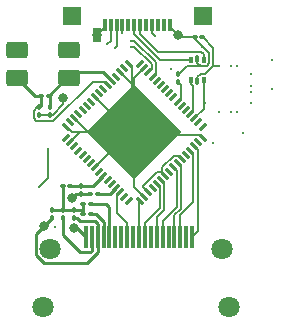
<source format=gbr>
%TF.GenerationSoftware,KiCad,Pcbnew,9.0.6*%
%TF.CreationDate,2026-01-02T14:09:44+01:00*%
%TF.ProjectId,Expansion_Card_Retrofit,45787061-6e73-4696-9f6e-5f436172645f,X1*%
%TF.SameCoordinates,Original*%
%TF.FileFunction,Copper,L1,Top*%
%TF.FilePolarity,Positive*%
%FSLAX46Y46*%
G04 Gerber Fmt 4.6, Leading zero omitted, Abs format (unit mm)*
G04 Created by KiCad (PCBNEW 9.0.6) date 2026-01-02 14:09:44*
%MOMM*%
%LPD*%
G01*
G04 APERTURE LIST*
G04 Aperture macros list*
%AMRoundRect*
0 Rectangle with rounded corners*
0 $1 Rounding radius*
0 $2 $3 $4 $5 $6 $7 $8 $9 X,Y pos of 4 corners*
0 Add a 4 corners polygon primitive as box body*
4,1,4,$2,$3,$4,$5,$6,$7,$8,$9,$2,$3,0*
0 Add four circle primitives for the rounded corners*
1,1,$1+$1,$2,$3*
1,1,$1+$1,$4,$5*
1,1,$1+$1,$6,$7*
1,1,$1+$1,$8,$9*
0 Add four rect primitives between the rounded corners*
20,1,$1+$1,$2,$3,$4,$5,0*
20,1,$1+$1,$4,$5,$6,$7,0*
20,1,$1+$1,$6,$7,$8,$9,0*
20,1,$1+$1,$8,$9,$2,$3,0*%
%AMRotRect*
0 Rectangle, with rotation*
0 The origin of the aperture is its center*
0 $1 length*
0 $2 width*
0 $3 Rotation angle, in degrees counterclockwise*
0 Add horizontal line*
21,1,$1,$2,0,0,$3*%
G04 Aperture macros list end*
%TA.AperFunction,SMDPad,CuDef*%
%ADD10R,1.500000X1.500000*%
%TD*%
%TA.AperFunction,SMDPad,CuDef*%
%ADD11R,0.380000X1.000000*%
%TD*%
%TA.AperFunction,SMDPad,CuDef*%
%ADD12R,0.700000X1.150000*%
%TD*%
%TA.AperFunction,SMDPad,CuDef*%
%ADD13RoundRect,0.100000X0.100000X-0.130000X0.100000X0.130000X-0.100000X0.130000X-0.100000X-0.130000X0*%
%TD*%
%TA.AperFunction,SMDPad,CuDef*%
%ADD14RoundRect,0.100000X0.130000X0.100000X-0.130000X0.100000X-0.130000X-0.100000X0.130000X-0.100000X0*%
%TD*%
%TA.AperFunction,SMDPad,CuDef*%
%ADD15RoundRect,0.100000X-0.100000X0.130000X-0.100000X-0.130000X0.100000X-0.130000X0.100000X0.130000X0*%
%TD*%
%TA.AperFunction,SMDPad,CuDef*%
%ADD16R,0.300000X1.900000*%
%TD*%
%TA.AperFunction,ComponentPad*%
%ADD17C,1.800000*%
%TD*%
%TA.AperFunction,SMDPad,CuDef*%
%ADD18RoundRect,0.062500X0.203293X0.291682X-0.291682X-0.203293X-0.203293X-0.291682X0.291682X0.203293X0*%
%TD*%
%TA.AperFunction,SMDPad,CuDef*%
%ADD19RoundRect,0.062500X-0.203293X0.291682X-0.291682X0.203293X0.203293X-0.291682X0.291682X-0.203293X0*%
%TD*%
%TA.AperFunction,HeatsinkPad*%
%ADD20RotRect,5.700000X5.700000X225.000000*%
%TD*%
%TA.AperFunction,SMDPad,CuDef*%
%ADD21RoundRect,0.093750X-0.093750X0.156250X-0.093750X-0.156250X0.093750X-0.156250X0.093750X0.156250X0*%
%TD*%
%TA.AperFunction,SMDPad,CuDef*%
%ADD22RoundRect,0.075000X-0.075000X0.250000X-0.075000X-0.250000X0.075000X-0.250000X0.075000X0.250000X0*%
%TD*%
%TA.AperFunction,SMDPad,CuDef*%
%ADD23RoundRect,0.249999X-0.650001X-0.450001X0.650001X-0.450001X0.650001X0.450001X-0.650001X0.450001X0*%
%TD*%
%TA.AperFunction,SMDPad,CuDef*%
%ADD24RoundRect,0.100000X-0.130000X-0.100000X0.130000X-0.100000X0.130000X0.100000X-0.130000X0.100000X0*%
%TD*%
%TA.AperFunction,ViaPad*%
%ADD25C,0.300000*%
%TD*%
%TA.AperFunction,ViaPad*%
%ADD26C,0.800000*%
%TD*%
%TA.AperFunction,Conductor*%
%ADD27C,0.152400*%
%TD*%
%TA.AperFunction,Conductor*%
%ADD28C,0.250000*%
%TD*%
G04 APERTURE END LIST*
D10*
%TO.P,TP3,1,1*%
%TO.N,GND*%
X145550000Y-128300000D03*
%TD*%
%TO.P,TP1,1,1*%
%TO.N,GND*%
X134450000Y-128300000D03*
%TD*%
D11*
%TO.P,P2,A1,GND*%
%TO.N,GND*%
X137250000Y-129050000D03*
%TO.P,P2,A2,TX1+*%
%TO.N,Net-(P2-TX1+)*%
X137750000Y-129050000D03*
%TO.P,P2,A3,TX1-*%
%TO.N,Net-(P2-TX1-)*%
X138250000Y-129050000D03*
%TO.P,P2,A4,VBUS*%
%TO.N,+5V*%
X138750000Y-129050000D03*
%TO.P,P2,A5,CC*%
%TO.N,unconnected-(P2-CC-PadA5)*%
X139250000Y-129050000D03*
%TO.P,P2,A6,D+*%
%TO.N,Net-(P2-D+)*%
X139750000Y-129050000D03*
%TO.P,P2,A7,D-*%
%TO.N,Net-(P2-D-)*%
X140250000Y-129050000D03*
%TO.P,P2,A8,SBU1*%
%TO.N,unconnected-(P2-SBU1-PadA8)*%
X140750000Y-129050000D03*
%TO.P,P2,A9,VBUS*%
%TO.N,+5V*%
X141250000Y-129050000D03*
%TO.P,P2,A10,RX2-*%
%TO.N,unconnected-(P2-RX2--PadA10)*%
X141750000Y-129050000D03*
%TO.P,P2,A11,RX2+*%
%TO.N,unconnected-(P2-RX2+-PadA11)*%
X142250000Y-129050000D03*
%TO.P,P2,A12,GND*%
%TO.N,GND*%
X142750000Y-129050000D03*
D12*
%TO.P,P2,S1,SHIELD*%
X136580000Y-129890000D03*
%TD*%
D13*
%TO.P,C10,1*%
%TO.N,GND*%
X132650000Y-136670000D03*
%TO.P,C10,2*%
%TO.N,Net-(U1-XTIN)*%
X132650000Y-136030000D03*
%TD*%
D14*
%TO.P,C1,1*%
%TO.N,+5V*%
X145520000Y-130100000D03*
%TO.P,C1,2*%
%TO.N,GND*%
X144880000Y-130100000D03*
%TD*%
D13*
%TO.P,R1,1*%
%TO.N,Net-(U1-USB_REXT)*%
X143450000Y-133850000D03*
%TO.P,R1,2*%
%TO.N,GND*%
X143450000Y-133210000D03*
%TD*%
D14*
%TO.P,R6,1*%
%TO.N,Net-(J1-SDA)*%
X136090000Y-145100000D03*
%TO.P,R6,2*%
%TO.N,+5V*%
X135450000Y-145100000D03*
%TD*%
D15*
%TO.P,C2,1*%
%TO.N,+5V*%
X132800000Y-144730000D03*
%TO.P,C2,2*%
%TO.N,GND*%
X132800000Y-145370000D03*
%TD*%
%TO.P,R8,1*%
%TO.N,Net-(U1-GPIO0)*%
X135200000Y-142730000D03*
%TO.P,R8,2*%
%TO.N,GND*%
X135200000Y-143370000D03*
%TD*%
%TO.P,C3,1*%
%TO.N,+5V*%
X134620000Y-144730000D03*
%TO.P,C3,2*%
%TO.N,GND*%
X134620000Y-145370000D03*
%TD*%
D16*
%TO.P,J1,1,D2+*%
%TO.N,Net-(J1-D2+)*%
X144650000Y-147000000D03*
%TO.P,J1,2,D2S*%
%TO.N,unconnected-(J1-D2S-Pad2)*%
X144150000Y-147000000D03*
%TO.P,J1,3,D2-*%
%TO.N,Net-(J1-D2-)*%
X143650000Y-147000000D03*
%TO.P,J1,4,D1+*%
%TO.N,Net-(J1-D1+)*%
X143150000Y-147000000D03*
%TO.P,J1,5,D1S*%
%TO.N,unconnected-(J1-D1S-Pad5)*%
X142650000Y-147000000D03*
%TO.P,J1,6,D1-*%
%TO.N,Net-(J1-D1-)*%
X142150000Y-147000000D03*
%TO.P,J1,7,D0+*%
%TO.N,Net-(J1-D0+)*%
X141650000Y-147000000D03*
%TO.P,J1,8,D0S*%
%TO.N,unconnected-(J1-D0S-Pad8)*%
X141150000Y-147000000D03*
%TO.P,J1,9,D0-*%
%TO.N,Net-(J1-D0-)*%
X140650000Y-147000000D03*
%TO.P,J1,10,CK+*%
%TO.N,Net-(J1-CK+)*%
X140150000Y-147000000D03*
%TO.P,J1,11,CKS*%
%TO.N,unconnected-(J1-CKS-Pad11)*%
X139650000Y-147000000D03*
%TO.P,J1,12,CK-*%
%TO.N,Net-(J1-CK-)*%
X139150000Y-147000000D03*
%TO.P,J1,13,CEC*%
%TO.N,unconnected-(J1-CEC-Pad13)*%
X138650000Y-147000000D03*
%TO.P,J1,14,UTILITY*%
%TO.N,unconnected-(J1-UTILITY-Pad14)*%
X138150000Y-147000000D03*
%TO.P,J1,15,SCL*%
%TO.N,Net-(J1-SCL)*%
X137650000Y-147000000D03*
%TO.P,J1,16,SDA*%
%TO.N,Net-(J1-SDA)*%
X137150000Y-147000000D03*
%TO.P,J1,17,GND*%
%TO.N,GND*%
X136650000Y-147000000D03*
%TO.P,J1,18,+5V*%
%TO.N,Net-(J1-+5V)*%
X136150000Y-147000000D03*
%TO.P,J1,19,HPD*%
%TO.N,Net-(J1-HPD)*%
X135650000Y-147000000D03*
D17*
%TO.P,J1,SH,SH*%
%TO.N,unconnected-(J1-PadSH)*%
X132050000Y-152900000D03*
X132650000Y-148000000D03*
X147150000Y-148000000D03*
X147750000Y-152900000D03*
%TD*%
D18*
%TO.P,U1,1,DVDD33*%
%TO.N,+3.3V*%
X145539437Y-137663864D03*
%TO.P,U1,2,AVDD33_USB*%
X145185883Y-137310311D03*
%TO.P,U1,3,DM*%
%TO.N,Net-(U1-DM)*%
X144832330Y-136956757D03*
%TO.P,U1,4,DP*%
%TO.N,Net-(U1-DP)*%
X144478777Y-136603204D03*
%TO.P,U1,5,AVDD33_USB*%
%TO.N,+3.3V*%
X144125223Y-136249651D03*
%TO.P,U1,6,AVDD11_USB*%
%TO.N,+1V1*%
X143771670Y-135896097D03*
%TO.P,U1,7,USB_REXT*%
%TO.N,Net-(U1-USB_REXT)*%
X143418116Y-135542544D03*
%TO.P,U1,8,AVDD33_USB*%
%TO.N,+3.3V*%
X143064563Y-135188990D03*
%TO.P,U1,9,SSTXM*%
%TO.N,Net-(U1-SSTXM)*%
X142711010Y-134835437D03*
%TO.P,U1,10,AVDD11_USB*%
%TO.N,+1V1*%
X142357456Y-134481884D03*
%TO.P,U1,11,SSTXP*%
%TO.N,Net-(U1-SSTXP)*%
X142003903Y-134128330D03*
%TO.P,U1,12,AVDD11_USB*%
%TO.N,+1V1*%
X141650349Y-133774777D03*
%TO.P,U1,13,SSRXM*%
%TO.N,Net-(P2-RX1-)*%
X141296796Y-133421223D03*
%TO.P,U1,14,SSRXP*%
%TO.N,Net-(P2-RX1+)*%
X140943243Y-133067670D03*
%TO.P,U1,15,AVSS*%
%TO.N,GND*%
X140589689Y-132714117D03*
%TO.P,U1,16,DVDD33*%
%TO.N,+3.3V*%
X140236136Y-132360563D03*
D19*
%TO.P,U1,17,DVSS*%
%TO.N,GND*%
X139263864Y-132360563D03*
%TO.P,U1,18,DVDD11*%
%TO.N,+1V1*%
X138910311Y-132714117D03*
%TO.P,U1,19,AVSS*%
%TO.N,GND*%
X138556757Y-133067670D03*
%TO.P,U1,20,AVDD25*%
%TO.N,+2V5*%
X138203204Y-133421223D03*
%TO.P,U1,21,XTIN*%
%TO.N,Net-(U1-XTIN)*%
X137849651Y-133774777D03*
%TO.P,U1,22,XTOUT*%
%TO.N,Net-(U1-XTOUT)*%
X137496097Y-134128330D03*
%TO.P,U1,23,AVDD25*%
%TO.N,+2V5*%
X137142544Y-134481884D03*
%TO.P,U1,24,AVDD11*%
%TO.N,+1V1*%
X136788990Y-134835437D03*
%TO.P,U1,25,AVSS*%
%TO.N,GND*%
X136435437Y-135188990D03*
%TO.P,U1,26,RXDDCSCL*%
%TO.N,Net-(J1-SCL)*%
X136081884Y-135542544D03*
%TO.P,U1,27,RXDDCSDA*%
%TO.N,Net-(J1-SDA)*%
X135728330Y-135896097D03*
%TO.P,U1,28,HDMIRXDET*%
%TO.N,unconnected-(U1-HDMIRXDET-Pad28)*%
X135374777Y-136249651D03*
%TO.P,U1,29,HDMIRXHPD*%
%TO.N,Net-(U1-HDMIRXHPD)*%
X135021223Y-136603204D03*
%TO.P,U1,30,DVSS*%
%TO.N,GND*%
X134667670Y-136956757D03*
%TO.P,U1,31,DVDD33*%
%TO.N,+3.3V*%
X134314117Y-137310311D03*
%TO.P,U1,32,DVSS*%
%TO.N,GND*%
X133960563Y-137663864D03*
D18*
%TO.P,U1,33,DVDD33*%
%TO.N,+3.3V*%
X133960563Y-138636136D03*
%TO.P,U1,34,DVSS*%
%TO.N,GND*%
X134314117Y-138989689D03*
%TO.P,U1,35,GPIO4*%
%TO.N,SPIMOSI*%
X134667670Y-139343243D03*
%TO.P,U1,36,GPIO3*%
%TO.N,SPICLK*%
X135021223Y-139696796D03*
%TO.P,U1,37,GPIO5*%
%TO.N,SPIMISO*%
X135374777Y-140050349D03*
%TO.P,U1,38,GPIO2*%
%TO.N,SPICS*%
X135728330Y-140403903D03*
%TO.P,U1,39,DVDD11*%
%TO.N,+1V1*%
X136081884Y-140757456D03*
%TO.P,U1,40,DVSS*%
%TO.N,GND*%
X136435437Y-141111010D03*
%TO.P,U1,41,DVDD33*%
%TO.N,+3.3V*%
X136788990Y-141464563D03*
%TO.P,U1,42,GPIO0*%
%TO.N,Net-(U1-GPIO0)*%
X137142544Y-141818116D03*
%TO.P,U1,43,GPIO1*%
%TO.N,unconnected-(U1-GPIO1-Pad43)*%
X137496097Y-142171670D03*
%TO.P,U1,44,MCU_SEL*%
%TO.N,unconnected-(U1-MCU_SEL-Pad44)*%
X137849651Y-142525223D03*
%TO.P,U1,45,HDMIRX_REXT*%
%TO.N,Net-(U1-HDMIRX_REXT)*%
X138203204Y-142878777D03*
%TO.P,U1,46,HDMIRXCN*%
%TO.N,Net-(J1-CK-)*%
X138556757Y-143232330D03*
%TO.P,U1,47,AVDD25*%
%TO.N,+2V5*%
X138910311Y-143585883D03*
%TO.P,U1,48,AVDD33*%
%TO.N,+3.3V*%
X139263864Y-143939437D03*
D19*
%TO.P,U1,49,HDMIRXCP*%
%TO.N,Net-(J1-CK+)*%
X140236136Y-143939437D03*
%TO.P,U1,50,AVSS*%
%TO.N,GND*%
X140589689Y-143585883D03*
%TO.P,U1,51,AVDD11*%
%TO.N,+1V1*%
X140943243Y-143232330D03*
%TO.P,U1,52,AVDD33*%
%TO.N,+3.3V*%
X141296796Y-142878777D03*
%TO.P,U1,53,HDMIRX0N*%
%TO.N,Net-(J1-D0-)*%
X141650349Y-142525223D03*
%TO.P,U1,54,HDMIRX0P*%
%TO.N,Net-(J1-D0+)*%
X142003903Y-142171670D03*
%TO.P,U1,55,AVDD11*%
%TO.N,+1V1*%
X142357456Y-141818116D03*
%TO.P,U1,56,AVDD33*%
%TO.N,+3.3V*%
X142711010Y-141464563D03*
%TO.P,U1,57,HDMIRX1N*%
%TO.N,Net-(J1-D1-)*%
X143064563Y-141111010D03*
%TO.P,U1,58,HDMIRX1P*%
%TO.N,Net-(J1-D1+)*%
X143418116Y-140757456D03*
%TO.P,U1,59,AVDD11*%
%TO.N,+1V1*%
X143771670Y-140403903D03*
%TO.P,U1,60,AVDD33*%
%TO.N,+3.3V*%
X144125223Y-140050349D03*
%TO.P,U1,61,HDMIRX2N*%
%TO.N,Net-(J1-D2-)*%
X144478777Y-139696796D03*
%TO.P,U1,62,HDMIRX2P*%
%TO.N,Net-(J1-D2+)*%
X144832330Y-139343243D03*
%TO.P,U1,63,DVO_D7*%
%TO.N,unconnected-(U1-DVO_D7-Pad63)*%
X145185883Y-138989689D03*
%TO.P,U1,64,DVSS*%
%TO.N,GND*%
X145539437Y-138636136D03*
D20*
%TO.P,U1,65,AVSS*%
X139750000Y-138150000D03*
%TD*%
D21*
%TO.P,U3,1,I/O1*%
%TO.N,Net-(P2-D-)*%
X145637500Y-132000000D03*
D22*
%TO.P,U3,2,GND*%
%TO.N,GND*%
X145100000Y-131925000D03*
D21*
%TO.P,U3,3,I/O2*%
%TO.N,Net-(P2-D+)*%
X144562500Y-132000000D03*
%TO.P,U3,4,I/O2*%
%TO.N,Net-(U1-DP)*%
X144562500Y-133700000D03*
D22*
%TO.P,U3,5,VBUS*%
%TO.N,+5V*%
X145100000Y-133775000D03*
D21*
%TO.P,U3,6,I/O1*%
%TO.N,Net-(U1-DM)*%
X145637500Y-133700000D03*
%TD*%
D15*
%TO.P,R4,1*%
%TO.N,+5V*%
X133750000Y-144750000D03*
%TO.P,R4,2*%
%TO.N,Net-(J1-+5V)*%
X133750000Y-145390000D03*
%TD*%
D23*
%TO.P,Y1,1,1*%
%TO.N,Net-(U1-XTOUT)*%
X129850000Y-133550000D03*
%TO.P,Y1,2,2*%
%TO.N,Net-(U1-XTIN)*%
X134250000Y-133550000D03*
%TO.P,Y1,3*%
%TO.N,N/C*%
X134250000Y-131150000D03*
%TO.P,Y1,4*%
X129850000Y-131150000D03*
%TD*%
D14*
%TO.P,R2,1*%
%TO.N,Net-(U1-HDMIRX_REXT)*%
X136670000Y-143400000D03*
%TO.P,R2,2*%
%TO.N,GND*%
X136030000Y-143400000D03*
%TD*%
D13*
%TO.P,C11,1*%
%TO.N,GND*%
X131700000Y-136670000D03*
%TO.P,C11,2*%
%TO.N,Net-(U1-XTOUT)*%
X131700000Y-136030000D03*
%TD*%
D14*
%TO.P,R9,1*%
%TO.N,Net-(U1-XTIN)*%
X132490000Y-135050000D03*
%TO.P,R9,2*%
%TO.N,Net-(U1-XTOUT)*%
X131850000Y-135050000D03*
%TD*%
%TO.P,R5,1*%
%TO.N,Net-(J1-SCL)*%
X136090000Y-144250000D03*
%TO.P,R5,2*%
%TO.N,+5V*%
X135450000Y-144250000D03*
%TD*%
D24*
%TO.P,R7,1*%
%TO.N,+5V*%
X133710000Y-142700000D03*
%TO.P,R7,2*%
%TO.N,Net-(U1-GPIO0)*%
X134350000Y-142700000D03*
%TD*%
D25*
%TO.N,Net-(U1-HDMIRXHPD)*%
X133050000Y-146150000D03*
%TO.N,+1V1*%
X142850000Y-132800000D03*
%TO.N,Net-(U4-EN1)*%
X147950000Y-132512500D03*
X147950000Y-136387500D03*
%TO.N,+1V1*%
X145520000Y-130950000D03*
%TO.N,+2V5*%
X148987500Y-138170000D03*
%TO.N,+3.3V*%
X146402500Y-139050000D03*
%TO.N,+5V*%
X148450000Y-136387500D03*
X146950000Y-136387500D03*
%TO.N,GND*%
X145762500Y-135700000D03*
%TO.N,+5V*%
X146950000Y-132512500D03*
%TO.N,GND*%
X149637500Y-135700000D03*
X149637500Y-134700000D03*
%TO.N,+5V*%
X149637500Y-134200000D03*
%TO.N,GND*%
X151452500Y-134500000D03*
X149637500Y-133200000D03*
%TO.N,+1V2*%
X151402500Y-132050000D03*
%TO.N,+5V*%
X148450000Y-132512500D03*
D26*
%TO.N,GND*%
X134450000Y-128300000D03*
X132135000Y-146035000D03*
D25*
X133960563Y-137663864D03*
D26*
X133750000Y-135250000D03*
X134500000Y-143700000D03*
X136580000Y-129890000D03*
X139750000Y-138150000D03*
X143420000Y-129890000D03*
X145550000Y-128300000D03*
D25*
%TO.N,+1V1*%
X136081884Y-140757456D03*
X138910311Y-132714117D03*
%TO.N,+3.3V*%
X139263864Y-143939437D03*
X141296796Y-142878777D03*
X144125223Y-140050349D03*
X142711010Y-141464563D03*
%TO.N,+1V1*%
X141650349Y-133774777D03*
X143771670Y-135896097D03*
X142357456Y-134481884D03*
%TO.N,+2V5*%
X138910311Y-143585883D03*
X138203204Y-133421223D03*
X137142544Y-134481884D03*
%TO.N,+1V1*%
X136788990Y-134835437D03*
X142357456Y-141818116D03*
%TO.N,+3.3V*%
X143064563Y-135188990D03*
X144125223Y-136249651D03*
X145185883Y-137310311D03*
D26*
%TO.N,Net-(J1-HPD)*%
X134650000Y-146250000D03*
D25*
%TO.N,Net-(P2-TX1-)*%
X138100000Y-131000000D03*
%TO.N,Net-(P2-TX1+)*%
X137450000Y-130700000D03*
%TO.N,Net-(P2-RX1-)*%
X139500000Y-130376200D03*
%TO.N,Net-(P2-RX1+)*%
X139500000Y-130900000D03*
%TO.N,+3.3V*%
X140236136Y-132360563D03*
X134314117Y-137310311D03*
X145539437Y-137663864D03*
X133960563Y-138636136D03*
%TO.N,SPIMOSI*%
X134667670Y-139343243D03*
%TO.N,SPICLK*%
X135021223Y-139696796D03*
X132450000Y-139550000D03*
X131700000Y-142800000D03*
%TO.N,SPIMISO*%
X135374777Y-140050349D03*
%TO.N,SPICS*%
X135728330Y-140403903D03*
%TO.N,+5V*%
X138749999Y-129712483D03*
X145535000Y-130115000D03*
X141500000Y-129950000D03*
X133710000Y-142700000D03*
%TO.N,Net-(U1-SSTXM)*%
X142711010Y-134835437D03*
%TO.N,Net-(U1-SSTXP)*%
X142003903Y-134128330D03*
%TO.N,Net-(U1-HDMIRXHPD)*%
X135021223Y-136603204D03*
%TD*%
D27*
%TO.N,+5V*%
X146950000Y-132512500D02*
X146473700Y-132512500D01*
X146473700Y-132512500D02*
X146455600Y-132494400D01*
%TO.N,GND*%
X143450000Y-133280000D02*
X143520000Y-133210000D01*
X143450000Y-133210000D02*
X143520000Y-133210000D01*
D28*
X134884774Y-145370000D02*
X135140774Y-145626000D01*
X136650000Y-145885810D02*
X136650000Y-147000000D01*
D27*
X134314117Y-138989689D02*
X135153806Y-138150000D01*
D28*
X131424000Y-146746000D02*
X132135000Y-146035000D01*
X135140774Y-145626000D02*
X136390190Y-145626000D01*
D27*
X144880000Y-130226212D02*
X144880000Y-130100000D01*
X133750000Y-135250000D02*
X133750000Y-135769999D01*
X143630000Y-130100000D02*
X143420000Y-129890000D01*
D28*
X134830000Y-143370000D02*
X134500000Y-143700000D01*
D27*
X139263864Y-132360563D02*
X139542917Y-132639616D01*
X146102200Y-132312502D02*
X146102200Y-131448412D01*
X131700000Y-136670000D02*
X132650000Y-136670000D01*
X133960563Y-137663864D02*
X133963864Y-137663864D01*
D28*
X135711810Y-149226000D02*
X132142174Y-149226000D01*
D27*
X145100000Y-132239702D02*
X145387498Y-132527200D01*
X139542917Y-132639616D02*
X139542917Y-137942917D01*
D28*
X136000000Y-143370000D02*
X136030000Y-143400000D01*
D27*
X140589689Y-132714117D02*
X139750000Y-133553806D01*
X136435437Y-141111010D02*
X139396447Y-138150000D01*
D28*
X134620000Y-145370000D02*
X134884774Y-145370000D01*
X132142174Y-149226000D02*
X131424000Y-148507826D01*
D27*
X137250000Y-129220000D02*
X136580000Y-129890000D01*
X144202800Y-132527200D02*
X145387498Y-132527200D01*
D28*
X136650000Y-148287810D02*
X135711810Y-149226000D01*
D27*
X145260384Y-138357083D02*
X139957083Y-138357083D01*
X145387498Y-132527200D02*
X145887502Y-132527200D01*
X139957083Y-138357083D02*
X139750000Y-138150000D01*
X143520000Y-133210000D02*
X144202800Y-132527200D01*
X139750000Y-134260913D02*
X138556757Y-133067670D01*
D28*
X136650000Y-147000000D02*
X136650000Y-148287810D01*
D27*
X132849999Y-136670000D02*
X132650000Y-136670000D01*
X139750000Y-133553806D02*
X139750000Y-138150000D01*
X133963864Y-137663864D02*
X134450000Y-138150000D01*
D28*
X136390190Y-145626000D02*
X136650000Y-145885810D01*
D27*
X139750000Y-138150000D02*
X139750000Y-134260913D01*
X139396447Y-138150000D02*
X136435437Y-135188990D01*
X145100000Y-131925000D02*
X145100000Y-132239702D01*
X146102200Y-131448412D02*
X144880000Y-130226212D01*
X145887502Y-132527200D02*
X146102200Y-132312502D01*
X142750000Y-129220000D02*
X143420000Y-129890000D01*
D28*
X132135000Y-146035000D02*
X132800000Y-145370000D01*
D27*
X135153806Y-138150000D02*
X139750000Y-138150000D01*
X134450000Y-138150000D02*
X139750000Y-138150000D01*
D28*
X135200000Y-143370000D02*
X134830000Y-143370000D01*
D27*
X139750000Y-142746194D02*
X140589689Y-143585883D01*
X137250000Y-129050000D02*
X137250000Y-129220000D01*
X145539437Y-138636136D02*
X145260384Y-138357083D01*
X139750000Y-138150000D02*
X139750000Y-142746194D01*
D28*
X131424000Y-148507826D02*
X131424000Y-146746000D01*
D27*
X139396447Y-138150000D02*
X139750000Y-138150000D01*
X135860913Y-138150000D02*
X139750000Y-138150000D01*
X142750000Y-129050000D02*
X142750000Y-129220000D01*
X144880000Y-130100000D02*
X143630000Y-130100000D01*
X139542917Y-137942917D02*
X139750000Y-138150000D01*
X134667670Y-136956757D02*
X135860913Y-138150000D01*
D28*
X135200000Y-143370000D02*
X136000000Y-143370000D01*
D27*
X133750000Y-135769999D02*
X132849999Y-136670000D01*
%TO.N,+1V1*%
X143492617Y-140124850D02*
X143771670Y-140403903D01*
X141689014Y-141511175D02*
X142050515Y-141511175D01*
X142357456Y-141818116D02*
X142078404Y-141539064D01*
X142050515Y-141511175D02*
X142357456Y-141818116D01*
X140500000Y-142700189D02*
X141689014Y-141511175D01*
X142078404Y-141539064D02*
X142078404Y-141121784D01*
X143075338Y-140124850D02*
X143492617Y-140124850D01*
X140943243Y-143232330D02*
X140500000Y-142789087D01*
X140500000Y-142789087D02*
X140500000Y-142700189D01*
X142078404Y-141121784D02*
X143075338Y-140124850D01*
%TO.N,Net-(J1-D0+)*%
X142282802Y-142450569D02*
X142003903Y-142171670D01*
X141650000Y-145349784D02*
X142282802Y-144716981D01*
X142282802Y-144716981D02*
X142282802Y-142450569D01*
X141650000Y-147000000D02*
X141650000Y-145349784D01*
%TO.N,Net-(J1-D1+)*%
X143697016Y-141036356D02*
X143418116Y-140757456D01*
X143697016Y-144602767D02*
X143697016Y-141036356D01*
X143150000Y-145149784D02*
X143697016Y-144602767D01*
X143150000Y-147000000D02*
X143150000Y-145149784D01*
%TO.N,Net-(J1-D0-)*%
X140650000Y-147000000D02*
X140650000Y-145850000D01*
X141929402Y-144570598D02*
X141929402Y-142804276D01*
X141929402Y-142804276D02*
X141650349Y-142525223D01*
X140650000Y-145850000D02*
X141929402Y-144570598D01*
%TO.N,Net-(J1-D1-)*%
X142150000Y-147000000D02*
X142150000Y-145650000D01*
X142150000Y-145650000D02*
X143343616Y-144456384D01*
X143343616Y-141390063D02*
X143064563Y-141111010D01*
X143343616Y-144456384D02*
X143343616Y-141390063D01*
%TO.N,Net-(J1-D2+)*%
X144832330Y-139343243D02*
X145111383Y-139622296D01*
X145111383Y-146538617D02*
X144650000Y-147000000D01*
X145111383Y-139622296D02*
X145111383Y-146538617D01*
%TO.N,Net-(J1-D2-)*%
X144757829Y-144041738D02*
X144757829Y-139975848D01*
X144757829Y-139975848D02*
X144478777Y-139696796D01*
X143650000Y-145149567D02*
X144757829Y-144041738D01*
X143650000Y-147000000D02*
X143650000Y-145149567D01*
D28*
%TO.N,Net-(J1-SCL)*%
X137400000Y-144250000D02*
X137650000Y-144500000D01*
X136090000Y-144250000D02*
X137400000Y-144250000D01*
X137650000Y-144500000D02*
X137650000Y-147000000D01*
D27*
%TO.N,Net-(J1-CK+)*%
X140236136Y-143939437D02*
X140150000Y-144025573D01*
X140150000Y-144025573D02*
X140150000Y-147000000D01*
%TO.N,Net-(J1-CK-)*%
X138277705Y-144973305D02*
X139150000Y-145845600D01*
X139150000Y-145845600D02*
X139150000Y-147000000D01*
X138277705Y-143511382D02*
X138277705Y-144973305D01*
X138556757Y-143232330D02*
X138277705Y-143511382D01*
D28*
%TO.N,Net-(J1-SDA)*%
X136502000Y-145100000D02*
X137150000Y-145748000D01*
X136090000Y-145100000D02*
X136502000Y-145100000D01*
X137150000Y-145748000D02*
X137150000Y-147000000D01*
%TO.N,Net-(J1-HPD)*%
X135650000Y-147000000D02*
X134900000Y-146250000D01*
X134900000Y-146250000D02*
X134650000Y-146250000D01*
D27*
%TO.N,Net-(P2-TX1-)*%
X138250000Y-130850000D02*
X138100000Y-131000000D01*
X138250000Y-129050000D02*
X138250000Y-130850000D01*
%TO.N,Net-(P2-TX1+)*%
X137750000Y-130400000D02*
X137750000Y-129050000D01*
X137450000Y-130700000D02*
X137750000Y-130400000D01*
%TO.N,Net-(P2-D+)*%
X139750000Y-129050000D02*
X139750000Y-129794183D01*
X141955817Y-132000000D02*
X144562500Y-132000000D01*
X139750000Y-129794183D02*
X141955817Y-132000000D01*
%TO.N,Net-(P2-RX1-)*%
X141578164Y-132227425D02*
X141578164Y-133139855D01*
X139726939Y-130376200D02*
X141578164Y-132227425D01*
X141578164Y-133139855D02*
X141296796Y-133421223D01*
X139500000Y-130376200D02*
X139726939Y-130376200D01*
%TO.N,Net-(P2-RX1+)*%
X141222295Y-132788618D02*
X140943243Y-133067670D01*
X139500000Y-130900000D02*
X139750956Y-130900000D01*
X139750956Y-130900000D02*
X141222295Y-132371339D01*
X141222295Y-132371339D02*
X141222295Y-132788618D01*
%TO.N,Net-(P2-D-)*%
X145422800Y-131322800D02*
X145637500Y-131537500D01*
X140250000Y-129794400D02*
X141778400Y-131322800D01*
X141778400Y-131322800D02*
X145422800Y-131322800D01*
X145637500Y-131537500D02*
X145637500Y-132000000D01*
X140250000Y-129050000D02*
X140250000Y-129794400D01*
%TO.N,Net-(U1-DM)*%
X145637500Y-133700000D02*
X145637500Y-136151587D01*
X145637500Y-136151587D02*
X144832330Y-136956757D01*
%TO.N,SPICLK*%
X132450000Y-139550000D02*
X132450000Y-142050000D01*
X132450000Y-142050000D02*
X131700000Y-142800000D01*
%TO.N,Net-(U1-XTOUT)*%
X137496097Y-134128330D02*
X137217045Y-133849278D01*
D28*
X131850000Y-135880000D02*
X131700000Y-136030000D01*
X131350000Y-135050000D02*
X131850000Y-135050000D01*
D27*
X132909012Y-137177200D02*
X131440988Y-137177200D01*
X136236934Y-133849278D02*
X132909012Y-137177200D01*
X131222800Y-136307201D02*
X131500001Y-136030000D01*
X131440988Y-137177200D02*
X131222800Y-136959012D01*
X131500001Y-136030000D02*
X131700000Y-136030000D01*
D28*
X129850000Y-133550000D02*
X131350000Y-135050000D01*
D27*
X131222800Y-136959012D02*
X131222800Y-136307201D01*
X137217045Y-133849278D02*
X136236934Y-133849278D01*
D28*
X131850000Y-135050000D02*
X131850000Y-135880000D01*
%TO.N,Net-(U1-XTIN)*%
X134250000Y-133550000D02*
X133990000Y-133550000D01*
X137124874Y-133050000D02*
X137849651Y-133774777D01*
X132650000Y-136030000D02*
X132650000Y-135210000D01*
X134250000Y-133550000D02*
X134750000Y-133050000D01*
X133990000Y-133550000D02*
X132490000Y-135050000D01*
X134750000Y-133050000D02*
X137124874Y-133050000D01*
X132650000Y-135210000D02*
X132490000Y-135050000D01*
D27*
%TO.N,Net-(U1-DP)*%
X144562500Y-134062664D02*
X144562500Y-133700000D01*
X144478777Y-136603204D02*
X144757829Y-136324152D01*
X144757829Y-136324152D02*
X144757829Y-134257993D01*
X144757829Y-134257993D02*
X144562500Y-134062664D01*
D28*
%TO.N,+5V*%
X132820000Y-144750000D02*
X132800000Y-144730000D01*
D27*
X145777200Y-133172800D02*
X145387498Y-133172800D01*
D28*
X135450000Y-144700000D02*
X135450000Y-145100000D01*
D27*
X145387498Y-133172800D02*
X145100000Y-133460298D01*
X146455600Y-131035600D02*
X146455600Y-132494400D01*
X138750000Y-129712482D02*
X138749999Y-129712483D01*
X138750000Y-129050000D02*
X138750000Y-129712482D01*
D28*
X135420000Y-144730000D02*
X135450000Y-144700000D01*
D27*
X145535000Y-130115000D02*
X146455600Y-131035600D01*
X145100000Y-133460298D02*
X145100000Y-133775000D01*
D28*
X133710000Y-144710000D02*
X133750000Y-144750000D01*
D27*
X141250000Y-129050000D02*
X141250000Y-129700000D01*
D28*
X135450000Y-144250000D02*
X135450000Y-144700000D01*
X133750000Y-144750000D02*
X132820000Y-144750000D01*
D27*
X145520000Y-130100000D02*
X145535000Y-130115000D01*
X141250000Y-129700000D02*
X141500000Y-129950000D01*
D28*
X134620000Y-144730000D02*
X133770000Y-144730000D01*
X133770000Y-144730000D02*
X133750000Y-144750000D01*
X134620000Y-144730000D02*
X135420000Y-144730000D01*
D27*
X146455600Y-132494400D02*
X145777200Y-133172800D01*
D28*
X133710000Y-142700000D02*
X133710000Y-144710000D01*
%TO.N,Net-(J1-+5V)*%
X133750000Y-146852000D02*
X135174000Y-148276000D01*
X136150000Y-148150000D02*
X136150000Y-147000000D01*
X133750000Y-145390000D02*
X133750000Y-146852000D01*
X136024000Y-148276000D02*
X136150000Y-148150000D01*
X135174000Y-148276000D02*
X136024000Y-148276000D01*
D27*
%TO.N,Net-(U1-USB_REXT)*%
X143697169Y-135263491D02*
X143418116Y-135542544D01*
X143697169Y-134167169D02*
X143697169Y-135263491D01*
X143450000Y-133920000D02*
X143697169Y-134167169D01*
D28*
%TO.N,Net-(U1-HDMIRX_REXT)*%
X136670000Y-143400000D02*
X137681981Y-143400000D01*
X137681981Y-143400000D02*
X138203204Y-142878777D01*
%TO.N,Net-(U1-GPIO0)*%
X134350000Y-142700000D02*
X135170000Y-142700000D01*
X135170000Y-142700000D02*
X135200000Y-142730000D01*
X135200000Y-142730000D02*
X136230660Y-142730000D01*
X136230660Y-142730000D02*
X137142544Y-141818116D01*
%TD*%
M02*

</source>
